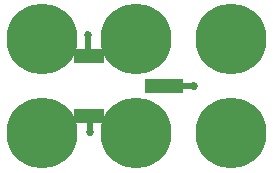
<source format=gtl>
%TF.GenerationSoftware,KiCad,Pcbnew,4.0.5-e0-6337~49~ubuntu16.04.1*%
%TF.CreationDate,2017-03-21T11:24:19-07:00*%
%TF.ProjectId,2x3-Mini-Potentiometer-3361P-SMT,3278332D4D696E692D506F74656E7469,1.0*%
%TF.FileFunction,Copper,L1,Top,Signal*%
%FSLAX46Y46*%
G04 Gerber Fmt 4.6, Leading zero omitted, Abs format (unit mm)*
G04 Created by KiCad (PCBNEW 4.0.5-e0-6337~49~ubuntu16.04.1) date Tue Mar 21 11:24:19 2017*
%MOMM*%
%LPD*%
G01*
G04 APERTURE LIST*
%ADD10C,0.350000*%
%ADD11C,0.500000*%
%ADD12C,6.000000*%
%ADD13R,2.600000X1.190000*%
%ADD14R,3.300000X1.190000*%
%ADD15C,0.685800*%
%ADD16C,0.350000*%
%ADD17C,0.330200*%
G04 APERTURE END LIST*
D10*
D11*
X8287920Y-38513080D02*
X8287920Y-37213080D01*
X8087920Y-30313080D02*
X8087920Y-31613080D01*
X17087920Y-34613080D02*
X15787920Y-34613080D01*
D12*
X12187920Y-38613080D03*
X4187920Y-30613080D03*
X12187920Y-30613080D03*
X4187920Y-38613080D03*
X20187920Y-38613080D03*
X20187920Y-30613080D03*
D13*
X8153420Y-32086580D03*
D14*
X14553420Y-34586580D03*
D13*
X8153420Y-37166580D03*
D15*
X8089920Y-30294580D03*
X8287920Y-38513080D03*
X17087920Y-34613080D03*
D16*
X12187920Y-38613080D03*
X4187920Y-30613080D03*
X12187920Y-30613080D03*
X4187920Y-38613080D03*
X20187920Y-38613080D03*
X20187920Y-30613080D03*
D17*
X8089920Y-30294580D03*
X8287920Y-38513080D03*
X17087920Y-34613080D03*
M02*

</source>
